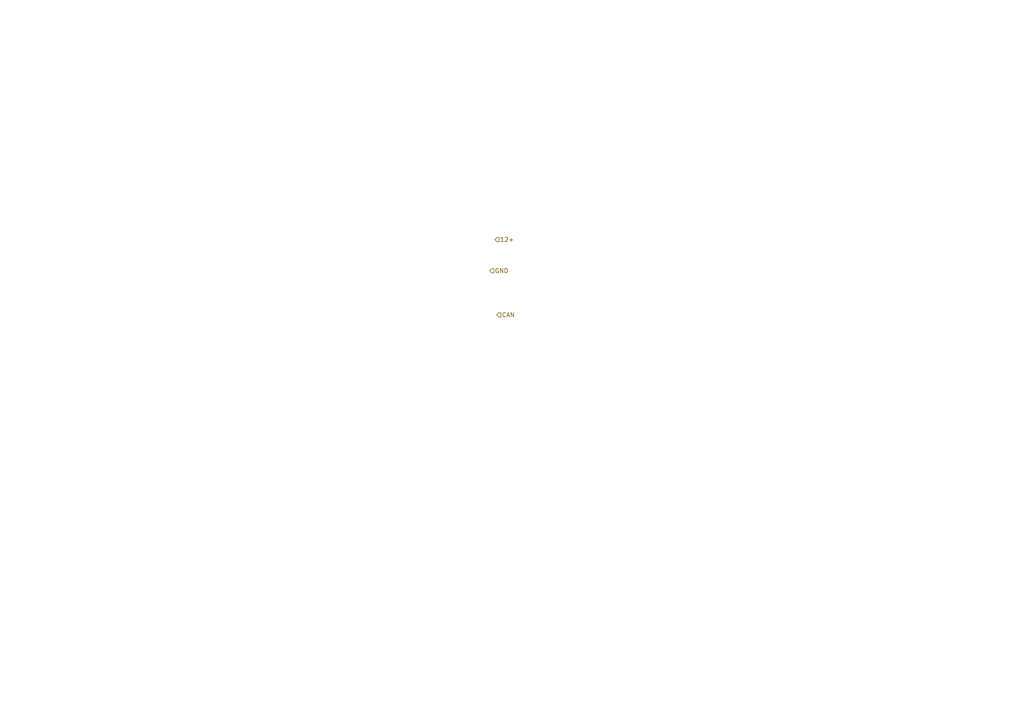
<source format=kicad_sch>
(kicad_sch (version 20211123) (generator eeschema)
  (paper "A4")
  (lib_symbols)
  (hierarchical_label "GND" (shape input) (at 141.986 78.5368 0))
  (hierarchical_label "12+" (shape input) (at 143.51 69.4944 0))
  (hierarchical_label "CAN" (shape input) (at 144.018 91.3384 0))
)
</source>
